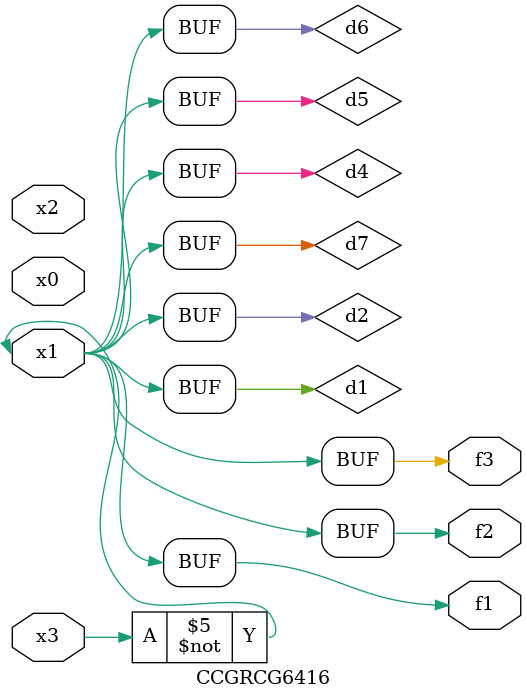
<source format=v>
module CCGRCG6416(
	input x0, x1, x2, x3,
	output f1, f2, f3
);

	wire d1, d2, d3, d4, d5, d6, d7;

	not (d1, x3);
	buf (d2, x1);
	xnor (d3, d1, d2);
	nor (d4, d1);
	buf (d5, d1, d2);
	buf (d6, d4, d5);
	nand (d7, d4);
	assign f1 = d6;
	assign f2 = d7;
	assign f3 = d6;
endmodule

</source>
